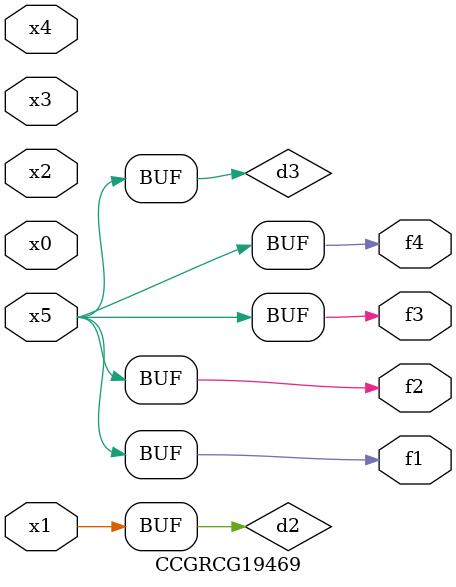
<source format=v>
module CCGRCG19469(
	input x0, x1, x2, x3, x4, x5,
	output f1, f2, f3, f4
);

	wire d1, d2, d3;

	not (d1, x5);
	or (d2, x1);
	xnor (d3, d1);
	assign f1 = d3;
	assign f2 = d3;
	assign f3 = d3;
	assign f4 = d3;
endmodule

</source>
